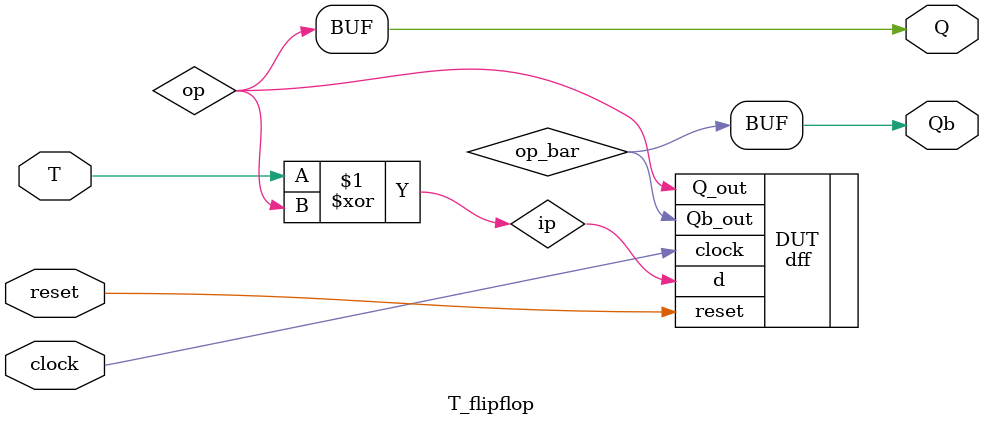
<source format=v>
module T_flipflop(input clock,reset,T,
		          output wire Q,Qb);
wire ip;
reg op,op_bar;

assign ip = T^op;

dff DUT(.clock(clock),.reset(reset),.d(ip),.Q_out(op),.Qb_out(op_bar));

assign Q = op;
assign Qb = op_bar;

endmodule

</source>
